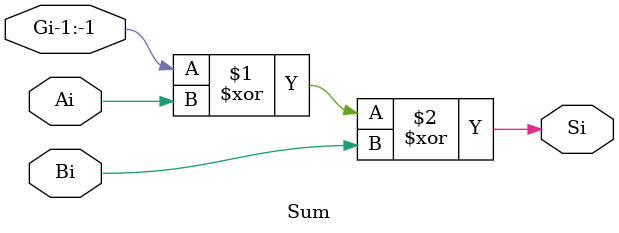
<source format=v>
`timescale 1ns / 1ps


// This module exists to keep the Verilog compiler from complaining about
// outputs not being connected to inputs. Otherwise, I would have just used
// the module PijGij everywhere and been done with it. Also, it does use a few
// less gates than the PijGij module but I suspect a good Verilog compiler
// would make such optimizations for unused outputs automatically.
module Gij(\Pi:k , \Gi:k , \Gk-1:j , \Gi:j );
  input \Pi:k , \Gi:k , \Gk-1:j ;
  output \Gi:j ;

  assign \Gi:j = \Gi:k | (\Pi:k  & \Gk-1:j );
endmodule

module PijGij(\Pi:k , \Pk-1:j , \Gi:k , \Gk-1:j , \Pi:j , \Gi:j );
  input \Pi:k , \Pk-1:j , \Gi:k , \Gk-1:j ;
  output \Pi:j , \Gi:j ;

  assign \Pi:j = \Pi:k & \Pk-1:j ;
  assign \Gi:j = \Gi:k | (\Pi:k  & \Gk-1:j );
endmodule

module Sum(\Gi-1:-1 , Ai, Bi, Si);
  input \Gi-1:-1 , Ai, Bi;
  output Si;

  assign Si = \Gi-1:-1 ^ Ai ^ Bi;
endmodule


</source>
